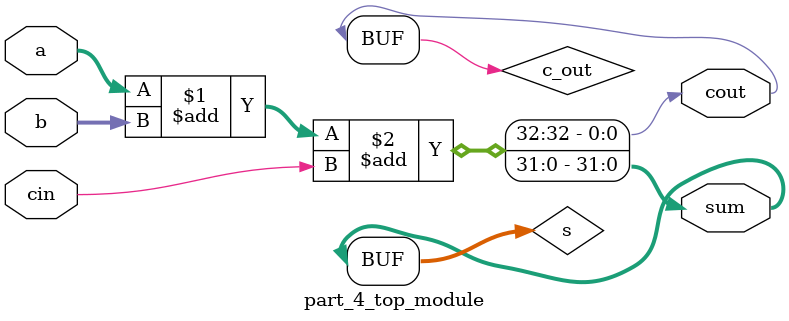
<source format=v>
module part_4_top_module (input [31:0]a, input [31:0]b, input cin, output [31:0] sum, output cout); // 32-битный сумматор с переносом наружу

    wire [31:0] s; // Внутренняя сумма
    wire c_out;    // Выходной перенос

    assign {c_out, s} = a + b + cin; // Складываем a и b с входным переносом cin
    assign sum = s; // Пробрасываем сумму на выход
    assign cout = c_out; // Пробрасываем перенос на выход

endmodule
</source>
